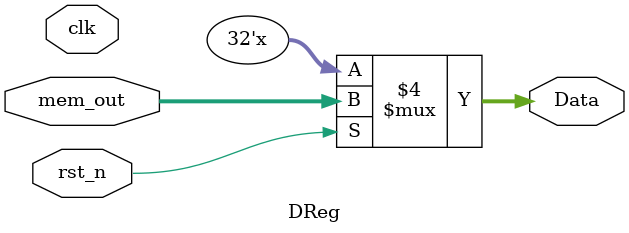
<source format=v>
module DReg(
	input clk,rst_n,
	input [31:0]mem_out,
	output reg [31:0]Data
   );

	always@(*)
	begin
		if(~rst_n) Data = 32'bx;
		else Data = mem_out;
	end

endmodule

</source>
